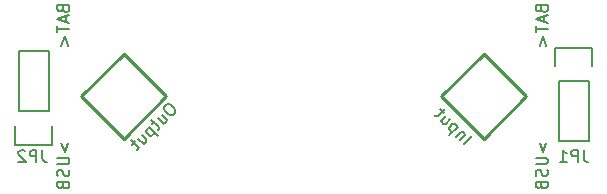
<source format=gbo>
%TF.GenerationSoftware,KiCad,Pcbnew,4.0.5-e0-6337~49~ubuntu16.04.1*%
%TF.CreationDate,2017-01-03T21:19:26+05:30*%
%TF.ProjectId,feather_v2,666561746865725F76322E6B69636164,rev?*%
%TF.FileFunction,Legend,Bot*%
%FSLAX46Y46*%
G04 Gerber Fmt 4.6, Leading zero omitted, Abs format (unit mm)*
G04 Created by KiCad (PCBNEW 4.0.5-e0-6337~49~ubuntu16.04.1) date Tue Jan  3 21:19:26 2017*
%MOMM*%
%LPD*%
G01*
G04 APERTURE LIST*
%ADD10C,0.101600*%
%ADD11C,0.152400*%
%ADD12C,0.254000*%
%ADD13C,0.150000*%
G04 APERTURE END LIST*
D10*
D11*
X121720429Y-94197715D02*
X121768810Y-94342858D01*
X121817190Y-94391239D01*
X121913952Y-94439620D01*
X122059095Y-94439620D01*
X122155857Y-94391239D01*
X122204238Y-94342858D01*
X122252619Y-94246096D01*
X122252619Y-93859049D01*
X121236619Y-93859049D01*
X121236619Y-94197715D01*
X121285000Y-94294477D01*
X121333381Y-94342858D01*
X121430143Y-94391239D01*
X121526905Y-94391239D01*
X121623667Y-94342858D01*
X121672048Y-94294477D01*
X121720429Y-94197715D01*
X121720429Y-93859049D01*
X121962333Y-94826668D02*
X121962333Y-95310477D01*
X122252619Y-94729906D02*
X121236619Y-95068573D01*
X122252619Y-95407239D01*
X121236619Y-95600763D02*
X121236619Y-96181334D01*
X122252619Y-95891049D02*
X121236619Y-95891049D01*
X121575286Y-97294096D02*
X121865571Y-96520001D01*
X122155857Y-97294096D01*
X121575286Y-105518856D02*
X121865571Y-106292951D01*
X122155857Y-105518856D01*
X121236619Y-106776761D02*
X122059095Y-106776761D01*
X122155857Y-106825142D01*
X122204238Y-106873523D01*
X122252619Y-106970285D01*
X122252619Y-107163808D01*
X122204238Y-107260570D01*
X122155857Y-107308951D01*
X122059095Y-107357332D01*
X121236619Y-107357332D01*
X122204238Y-107792761D02*
X122252619Y-107937904D01*
X122252619Y-108179808D01*
X122204238Y-108276570D01*
X122155857Y-108324951D01*
X122059095Y-108373332D01*
X121962333Y-108373332D01*
X121865571Y-108324951D01*
X121817190Y-108276570D01*
X121768810Y-108179808D01*
X121720429Y-107986285D01*
X121672048Y-107889523D01*
X121623667Y-107841142D01*
X121526905Y-107792761D01*
X121430143Y-107792761D01*
X121333381Y-107841142D01*
X121285000Y-107889523D01*
X121236619Y-107986285D01*
X121236619Y-108228189D01*
X121285000Y-108373332D01*
X121720429Y-109147427D02*
X121768810Y-109292570D01*
X121817190Y-109340951D01*
X121913952Y-109389332D01*
X122059095Y-109389332D01*
X122155857Y-109340951D01*
X122204238Y-109292570D01*
X122252619Y-109195808D01*
X122252619Y-108808761D01*
X121236619Y-108808761D01*
X121236619Y-109147427D01*
X121285000Y-109244189D01*
X121333381Y-109292570D01*
X121430143Y-109340951D01*
X121526905Y-109340951D01*
X121623667Y-109292570D01*
X121672048Y-109244189D01*
X121720429Y-109147427D01*
X121720429Y-108808761D01*
X81207429Y-94197715D02*
X81255810Y-94342858D01*
X81304190Y-94391239D01*
X81400952Y-94439620D01*
X81546095Y-94439620D01*
X81642857Y-94391239D01*
X81691238Y-94342858D01*
X81739619Y-94246096D01*
X81739619Y-93859049D01*
X80723619Y-93859049D01*
X80723619Y-94197715D01*
X80772000Y-94294477D01*
X80820381Y-94342858D01*
X80917143Y-94391239D01*
X81013905Y-94391239D01*
X81110667Y-94342858D01*
X81159048Y-94294477D01*
X81207429Y-94197715D01*
X81207429Y-93859049D01*
X81449333Y-94826668D02*
X81449333Y-95310477D01*
X81739619Y-94729906D02*
X80723619Y-95068573D01*
X81739619Y-95407239D01*
X80723619Y-95600763D02*
X80723619Y-96181334D01*
X81739619Y-95891049D02*
X80723619Y-95891049D01*
X81062286Y-97294096D02*
X81352571Y-96520001D01*
X81642857Y-97294096D01*
X81062286Y-105518856D02*
X81352571Y-106292951D01*
X81642857Y-105518856D01*
X80723619Y-106776761D02*
X81546095Y-106776761D01*
X81642857Y-106825142D01*
X81691238Y-106873523D01*
X81739619Y-106970285D01*
X81739619Y-107163808D01*
X81691238Y-107260570D01*
X81642857Y-107308951D01*
X81546095Y-107357332D01*
X80723619Y-107357332D01*
X81691238Y-107792761D02*
X81739619Y-107937904D01*
X81739619Y-108179808D01*
X81691238Y-108276570D01*
X81642857Y-108324951D01*
X81546095Y-108373332D01*
X81449333Y-108373332D01*
X81352571Y-108324951D01*
X81304190Y-108276570D01*
X81255810Y-108179808D01*
X81207429Y-107986285D01*
X81159048Y-107889523D01*
X81110667Y-107841142D01*
X81013905Y-107792761D01*
X80917143Y-107792761D01*
X80820381Y-107841142D01*
X80772000Y-107889523D01*
X80723619Y-107986285D01*
X80723619Y-108228189D01*
X80772000Y-108373332D01*
X81207429Y-109147427D02*
X81255810Y-109292570D01*
X81304190Y-109340951D01*
X81400952Y-109389332D01*
X81546095Y-109389332D01*
X81642857Y-109340951D01*
X81691238Y-109292570D01*
X81739619Y-109195808D01*
X81739619Y-108808761D01*
X80723619Y-108808761D01*
X80723619Y-109147427D01*
X80772000Y-109244189D01*
X80820381Y-109292570D01*
X80917143Y-109340951D01*
X81013905Y-109340951D01*
X81110667Y-109292570D01*
X81159048Y-109244189D01*
X81207429Y-109147427D01*
X81207429Y-108808761D01*
D12*
X116840000Y-98007898D02*
X113247898Y-101600000D01*
X120432102Y-101600000D02*
X116840000Y-98007898D01*
X116840000Y-105192102D02*
X120432102Y-101600000D01*
X113247898Y-101600000D02*
X116840000Y-105192102D01*
X82767898Y-101600000D02*
X86360000Y-105192102D01*
X86360000Y-98007898D02*
X82767898Y-101600000D01*
X89952102Y-101600000D02*
X86360000Y-98007898D01*
X86360000Y-105192102D02*
X89952102Y-101600000D01*
D13*
X125730000Y-100330000D02*
X125730000Y-105410000D01*
X125730000Y-105410000D02*
X123190000Y-105410000D01*
X123190000Y-105410000D02*
X123190000Y-100330000D01*
X122910000Y-97510000D02*
X122910000Y-99060000D01*
X123190000Y-100330000D02*
X125730000Y-100330000D01*
X126010000Y-99060000D02*
X126010000Y-97510000D01*
X126010000Y-97510000D02*
X122910000Y-97510000D01*
X77470000Y-102870000D02*
X77470000Y-97790000D01*
X77470000Y-97790000D02*
X80010000Y-97790000D01*
X80010000Y-97790000D02*
X80010000Y-102870000D01*
X80290000Y-105690000D02*
X80290000Y-104140000D01*
X80010000Y-102870000D02*
X77470000Y-102870000D01*
X77190000Y-104140000D02*
X77190000Y-105690000D01*
X77190000Y-105690000D02*
X80290000Y-105690000D01*
D11*
X115155262Y-105645261D02*
X115873682Y-104926841D01*
X115292103Y-104824209D02*
X114813157Y-105303156D01*
X115223682Y-104892630D02*
X115223682Y-104824209D01*
X115189472Y-104721578D01*
X115086841Y-104618947D01*
X114984209Y-104584736D01*
X114881578Y-104618947D01*
X114505262Y-104995262D01*
X114642104Y-104174210D02*
X113923683Y-104892630D01*
X114607893Y-104208420D02*
X114573683Y-104105789D01*
X114436841Y-103968947D01*
X114334210Y-103934737D01*
X114265789Y-103934737D01*
X114163157Y-103968947D01*
X113957895Y-104174210D01*
X113923684Y-104276841D01*
X113923684Y-104345262D01*
X113957895Y-104447894D01*
X114094736Y-104584736D01*
X114197368Y-104618946D01*
X113684210Y-103216316D02*
X113205264Y-103695263D01*
X113992104Y-103524210D02*
X113615789Y-103900526D01*
X113513158Y-103934736D01*
X113410526Y-103900526D01*
X113307895Y-103797895D01*
X113273685Y-103695263D01*
X113273685Y-103626842D01*
X113444737Y-102976843D02*
X113171052Y-102703158D01*
X113581579Y-102634737D02*
X112965790Y-103250526D01*
X112863158Y-103284737D01*
X112760527Y-103250526D01*
X112692106Y-103182105D01*
X89960524Y-102292634D02*
X89823683Y-102429475D01*
X89789472Y-102532107D01*
X89789472Y-102668949D01*
X89892104Y-102840002D01*
X90131577Y-103079475D01*
X90302630Y-103182106D01*
X90439472Y-103182106D01*
X90542103Y-103147896D01*
X90678945Y-103011055D01*
X90713155Y-102908423D01*
X90713155Y-102771581D01*
X90610524Y-102600528D01*
X90371051Y-102361055D01*
X90199998Y-102258424D01*
X90063156Y-102258424D01*
X89960524Y-102292634D01*
X89276315Y-103455791D02*
X89755262Y-103934738D01*
X89584209Y-103147897D02*
X89960524Y-103524212D01*
X89994735Y-103626843D01*
X89960524Y-103729475D01*
X89857894Y-103832106D01*
X89755262Y-103866316D01*
X89686841Y-103866316D01*
X89036841Y-103695264D02*
X88763157Y-103968949D01*
X88694736Y-103558422D02*
X89310525Y-104174211D01*
X89344736Y-104276843D01*
X89310525Y-104379474D01*
X89242104Y-104447896D01*
X88523684Y-104208422D02*
X89242105Y-104926842D01*
X88557895Y-104242632D02*
X88455263Y-104276843D01*
X88318422Y-104413684D01*
X88284211Y-104516316D01*
X88284211Y-104584737D01*
X88318422Y-104687369D01*
X88523684Y-104892631D01*
X88626316Y-104926842D01*
X88694737Y-104926842D01*
X88797368Y-104892631D01*
X88934210Y-104755790D01*
X88968420Y-104653158D01*
X87565791Y-105166315D02*
X88044737Y-105645262D01*
X87873685Y-104858421D02*
X88250000Y-105234736D01*
X88284210Y-105337368D01*
X88250000Y-105440000D01*
X88147369Y-105542630D01*
X88044737Y-105576841D01*
X87976316Y-105576841D01*
X87326317Y-105405789D02*
X87052633Y-105679473D01*
X86984212Y-105268947D02*
X87600000Y-105884736D01*
X87634211Y-105987367D01*
X87600000Y-106089999D01*
X87531579Y-106158420D01*
D13*
X125293333Y-106132381D02*
X125293333Y-106846667D01*
X125340953Y-106989524D01*
X125436191Y-107084762D01*
X125579048Y-107132381D01*
X125674286Y-107132381D01*
X124817143Y-107132381D02*
X124817143Y-106132381D01*
X124436190Y-106132381D01*
X124340952Y-106180000D01*
X124293333Y-106227619D01*
X124245714Y-106322857D01*
X124245714Y-106465714D01*
X124293333Y-106560952D01*
X124340952Y-106608571D01*
X124436190Y-106656190D01*
X124817143Y-106656190D01*
X123293333Y-107132381D02*
X123864762Y-107132381D01*
X123579048Y-107132381D02*
X123579048Y-106132381D01*
X123674286Y-106275238D01*
X123769524Y-106370476D01*
X123864762Y-106418095D01*
X79446333Y-106132381D02*
X79446333Y-106846667D01*
X79493953Y-106989524D01*
X79589191Y-107084762D01*
X79732048Y-107132381D01*
X79827286Y-107132381D01*
X78970143Y-107132381D02*
X78970143Y-106132381D01*
X78589190Y-106132381D01*
X78493952Y-106180000D01*
X78446333Y-106227619D01*
X78398714Y-106322857D01*
X78398714Y-106465714D01*
X78446333Y-106560952D01*
X78493952Y-106608571D01*
X78589190Y-106656190D01*
X78970143Y-106656190D01*
X78017762Y-106227619D02*
X77970143Y-106180000D01*
X77874905Y-106132381D01*
X77636809Y-106132381D01*
X77541571Y-106180000D01*
X77493952Y-106227619D01*
X77446333Y-106322857D01*
X77446333Y-106418095D01*
X77493952Y-106560952D01*
X78065381Y-107132381D01*
X77446333Y-107132381D01*
M02*

</source>
